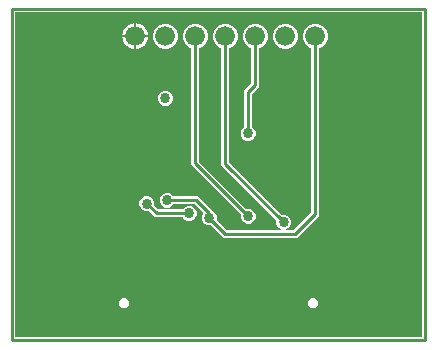
<source format=gtl>
G04 EAGLE Gerber RS-274X export*
G75*
%MOMM*%
%FSLAX34Y34*%
%LPD*%
%INTop Copper*%
%IPPOS*%
%AMOC8*
5,1,8,0,0,1.08239X$1,22.5*%
G01*
%ADD10C,1.676400*%
%ADD11C,0.855600*%
%ADD12C,0.254000*%
%ADD13C,4.016000*%
%ADD14C,0.254000*%

G36*
X347256Y2425D02*
X347256Y2425D01*
X347307Y2427D01*
X347339Y2445D01*
X347375Y2453D01*
X347414Y2486D01*
X347459Y2510D01*
X347480Y2540D01*
X347508Y2563D01*
X347529Y2610D01*
X347559Y2652D01*
X347567Y2694D01*
X347579Y2722D01*
X347578Y2752D01*
X347586Y2794D01*
X347586Y277206D01*
X347575Y277256D01*
X347573Y277307D01*
X347555Y277339D01*
X347547Y277375D01*
X347514Y277414D01*
X347490Y277459D01*
X347460Y277480D01*
X347437Y277508D01*
X347390Y277529D01*
X347348Y277559D01*
X347306Y277567D01*
X347278Y277579D01*
X347248Y277578D01*
X347206Y277586D01*
X2794Y277586D01*
X2744Y277575D01*
X2693Y277573D01*
X2661Y277555D01*
X2625Y277547D01*
X2586Y277514D01*
X2541Y277490D01*
X2520Y277460D01*
X2492Y277437D01*
X2471Y277390D01*
X2441Y277348D01*
X2433Y277306D01*
X2421Y277278D01*
X2422Y277248D01*
X2414Y277206D01*
X2414Y2794D01*
X2425Y2744D01*
X2427Y2693D01*
X2445Y2661D01*
X2453Y2625D01*
X2486Y2586D01*
X2510Y2541D01*
X2540Y2520D01*
X2563Y2492D01*
X2610Y2471D01*
X2652Y2441D01*
X2694Y2433D01*
X2722Y2421D01*
X2752Y2422D01*
X2794Y2414D01*
X347206Y2414D01*
X347256Y2425D01*
G37*
%LPC*%
G36*
X179132Y86697D02*
X179132Y86697D01*
X177086Y88743D01*
X168725Y97104D01*
X168671Y97138D01*
X168621Y97178D01*
X168598Y97183D01*
X168577Y97196D01*
X168514Y97202D01*
X168452Y97216D01*
X168426Y97210D01*
X168405Y97212D01*
X168370Y97199D01*
X168310Y97187D01*
X168273Y97171D01*
X165762Y97171D01*
X163443Y98132D01*
X161668Y99907D01*
X160707Y102227D01*
X160707Y104737D01*
X161668Y107057D01*
X161925Y107314D01*
X161952Y107358D01*
X161987Y107395D01*
X161997Y107430D01*
X162016Y107461D01*
X162021Y107512D01*
X162036Y107561D01*
X162030Y107597D01*
X162033Y107634D01*
X162015Y107682D01*
X162006Y107732D01*
X161982Y107767D01*
X161971Y107796D01*
X161949Y107817D01*
X161925Y107852D01*
X154736Y115041D01*
X154671Y115081D01*
X154609Y115125D01*
X154597Y115127D01*
X154589Y115133D01*
X154552Y115136D01*
X154467Y115153D01*
X137133Y115153D01*
X137071Y115138D01*
X137008Y115131D01*
X136988Y115119D01*
X136965Y115113D01*
X136915Y115073D01*
X136862Y115039D01*
X136847Y115016D01*
X136831Y115003D01*
X136816Y114968D01*
X136782Y114918D01*
X136767Y114881D01*
X134991Y113105D01*
X132672Y112145D01*
X130161Y112145D01*
X127842Y113105D01*
X126067Y114881D01*
X125106Y117200D01*
X125106Y119711D01*
X126067Y122030D01*
X127842Y123805D01*
X130161Y124766D01*
X132672Y124766D01*
X134991Y123805D01*
X136767Y122030D01*
X136782Y121993D01*
X136819Y121941D01*
X136849Y121885D01*
X136869Y121872D01*
X136883Y121852D01*
X136939Y121822D01*
X136991Y121786D01*
X137018Y121781D01*
X137036Y121771D01*
X137074Y121770D01*
X137133Y121758D01*
X157361Y121758D01*
X170016Y109102D01*
X170018Y109101D01*
X170019Y109100D01*
X170140Y109020D01*
X170592Y108832D01*
X172368Y107057D01*
X173328Y104737D01*
X173328Y102227D01*
X173313Y102190D01*
X173303Y102127D01*
X173296Y102112D01*
X173296Y102105D01*
X173285Y102066D01*
X173289Y102042D01*
X173285Y102019D01*
X173301Y101964D01*
X173302Y101939D01*
X173309Y101927D01*
X173314Y101895D01*
X173329Y101873D01*
X173336Y101853D01*
X173361Y101825D01*
X173374Y101807D01*
X173385Y101786D01*
X173390Y101783D01*
X173395Y101775D01*
X181757Y93414D01*
X181821Y93374D01*
X181883Y93330D01*
X181895Y93328D01*
X181904Y93323D01*
X181941Y93319D01*
X182025Y93303D01*
X227766Y93303D01*
X227779Y93306D01*
X227792Y93304D01*
X227863Y93325D01*
X227935Y93342D01*
X227945Y93350D01*
X227957Y93354D01*
X228011Y93405D01*
X228069Y93452D01*
X228074Y93464D01*
X228083Y93473D01*
X228109Y93543D01*
X228140Y93611D01*
X228139Y93624D01*
X228144Y93636D01*
X228136Y93709D01*
X228133Y93784D01*
X228127Y93795D01*
X228125Y93808D01*
X228086Y93871D01*
X228050Y93936D01*
X228040Y93943D01*
X228033Y93954D01*
X227912Y94034D01*
X226425Y94650D01*
X224650Y96425D01*
X223689Y98745D01*
X223689Y101255D01*
X223705Y101293D01*
X223715Y101355D01*
X223733Y101416D01*
X223729Y101440D01*
X223733Y101463D01*
X223714Y101524D01*
X223703Y101587D01*
X223688Y101609D01*
X223682Y101629D01*
X223656Y101657D01*
X223622Y101707D01*
X179394Y145935D01*
X177348Y147981D01*
X177348Y247178D01*
X177333Y247240D01*
X177327Y247303D01*
X177314Y247323D01*
X177308Y247346D01*
X177268Y247396D01*
X177234Y247449D01*
X177211Y247464D01*
X177198Y247480D01*
X177164Y247496D01*
X177113Y247529D01*
X174751Y248507D01*
X171821Y251437D01*
X170236Y255265D01*
X170236Y259408D01*
X171821Y263236D01*
X174751Y266166D01*
X178579Y267751D01*
X182722Y267751D01*
X186550Y266166D01*
X189480Y263236D01*
X191065Y259408D01*
X191065Y255265D01*
X189480Y251437D01*
X186550Y248507D01*
X184188Y247529D01*
X184136Y247492D01*
X184081Y247462D01*
X184067Y247442D01*
X184047Y247428D01*
X184017Y247372D01*
X183981Y247320D01*
X183976Y247294D01*
X183966Y247275D01*
X183965Y247237D01*
X183953Y247178D01*
X183953Y150875D01*
X183971Y150801D01*
X183984Y150726D01*
X183990Y150716D01*
X183993Y150706D01*
X184016Y150678D01*
X184065Y150606D01*
X228293Y106378D01*
X228347Y106344D01*
X228396Y106304D01*
X228420Y106299D01*
X228440Y106286D01*
X228504Y106280D01*
X228566Y106266D01*
X228592Y106272D01*
X228613Y106270D01*
X228648Y106283D01*
X228707Y106295D01*
X228745Y106311D01*
X231255Y106311D01*
X233575Y105350D01*
X235350Y103575D01*
X236311Y101255D01*
X236311Y98745D01*
X235350Y96425D01*
X233575Y94650D01*
X232088Y94034D01*
X232078Y94027D01*
X232065Y94024D01*
X232008Y93977D01*
X231947Y93933D01*
X231941Y93922D01*
X231931Y93914D01*
X231901Y93846D01*
X231866Y93780D01*
X231866Y93767D01*
X231860Y93755D01*
X231863Y93681D01*
X231861Y93607D01*
X231867Y93595D01*
X231867Y93582D01*
X231902Y93517D01*
X231933Y93450D01*
X231944Y93441D01*
X231950Y93430D01*
X232010Y93388D01*
X232068Y93341D01*
X232081Y93338D01*
X232091Y93330D01*
X232234Y93303D01*
X238474Y93303D01*
X238548Y93320D01*
X238623Y93333D01*
X238633Y93340D01*
X238643Y93342D01*
X238672Y93366D01*
X238743Y93414D01*
X253436Y108107D01*
X253476Y108172D01*
X253520Y108234D01*
X253522Y108246D01*
X253528Y108254D01*
X253531Y108291D01*
X253548Y108376D01*
X253548Y247178D01*
X253533Y247240D01*
X253527Y247303D01*
X253514Y247323D01*
X253508Y247346D01*
X253468Y247396D01*
X253434Y247449D01*
X253411Y247464D01*
X253398Y247480D01*
X253364Y247496D01*
X253313Y247529D01*
X250951Y248507D01*
X248021Y251437D01*
X246436Y255265D01*
X246436Y259408D01*
X248021Y263236D01*
X250951Y266166D01*
X254779Y267751D01*
X258922Y267751D01*
X262750Y266166D01*
X265680Y263236D01*
X267265Y259408D01*
X267265Y255265D01*
X265680Y251437D01*
X262750Y248507D01*
X260388Y247529D01*
X260336Y247492D01*
X260281Y247462D01*
X260267Y247442D01*
X260247Y247428D01*
X260217Y247372D01*
X260181Y247320D01*
X260176Y247294D01*
X260166Y247275D01*
X260165Y247237D01*
X260153Y247178D01*
X260153Y105482D01*
X241368Y86697D01*
X179132Y86697D01*
G37*
%LPD*%
%LPC*%
G36*
X198745Y98689D02*
X198745Y98689D01*
X196425Y99650D01*
X194650Y101425D01*
X193689Y103745D01*
X193689Y106255D01*
X193705Y106293D01*
X193715Y106355D01*
X193733Y106416D01*
X193729Y106440D01*
X193733Y106463D01*
X193714Y106524D01*
X193703Y106587D01*
X193688Y106609D01*
X193682Y106629D01*
X193656Y106657D01*
X193622Y106707D01*
X153994Y146335D01*
X151948Y148381D01*
X151948Y247178D01*
X151933Y247240D01*
X151927Y247303D01*
X151914Y247323D01*
X151908Y247346D01*
X151868Y247396D01*
X151834Y247449D01*
X151811Y247464D01*
X151798Y247480D01*
X151764Y247496D01*
X151713Y247529D01*
X149351Y248507D01*
X146421Y251437D01*
X144836Y255265D01*
X144836Y259408D01*
X146421Y263236D01*
X149351Y266166D01*
X153179Y267751D01*
X157322Y267751D01*
X161150Y266166D01*
X164080Y263236D01*
X165665Y259408D01*
X165665Y255265D01*
X164080Y251437D01*
X161150Y248507D01*
X158788Y247529D01*
X158736Y247492D01*
X158681Y247462D01*
X158667Y247442D01*
X158647Y247428D01*
X158617Y247372D01*
X158581Y247320D01*
X158576Y247294D01*
X158566Y247275D01*
X158565Y247237D01*
X158553Y247178D01*
X158553Y151275D01*
X158571Y151201D01*
X158584Y151126D01*
X158590Y151116D01*
X158593Y151106D01*
X158616Y151078D01*
X158665Y151006D01*
X198293Y111378D01*
X198347Y111344D01*
X198396Y111304D01*
X198420Y111299D01*
X198440Y111286D01*
X198504Y111280D01*
X198566Y111266D01*
X198592Y111272D01*
X198613Y111270D01*
X198648Y111283D01*
X198707Y111295D01*
X198745Y111311D01*
X201255Y111311D01*
X203575Y110350D01*
X205350Y108575D01*
X206311Y106255D01*
X206311Y103745D01*
X205350Y101425D01*
X203575Y99650D01*
X201255Y98689D01*
X198745Y98689D01*
G37*
%LPD*%
%LPC*%
G36*
X198745Y168689D02*
X198745Y168689D01*
X196425Y169650D01*
X194650Y171425D01*
X193689Y173745D01*
X193689Y176255D01*
X194650Y178575D01*
X196425Y180350D01*
X196463Y180365D01*
X196514Y180402D01*
X196570Y180433D01*
X196584Y180452D01*
X196603Y180466D01*
X196633Y180523D01*
X196670Y180574D01*
X196675Y180601D01*
X196685Y180619D01*
X196686Y180657D01*
X196689Y180677D01*
X196690Y180679D01*
X196690Y180680D01*
X196697Y180717D01*
X196697Y211368D01*
X202636Y217307D01*
X202676Y217372D01*
X202720Y217434D01*
X202722Y217446D01*
X202728Y217454D01*
X202731Y217491D01*
X202748Y217576D01*
X202748Y247178D01*
X202733Y247240D01*
X202727Y247303D01*
X202714Y247323D01*
X202708Y247346D01*
X202668Y247396D01*
X202634Y247449D01*
X202611Y247464D01*
X202598Y247480D01*
X202564Y247496D01*
X202513Y247529D01*
X200151Y248507D01*
X197221Y251437D01*
X195636Y255265D01*
X195636Y259408D01*
X197221Y263236D01*
X200151Y266166D01*
X203979Y267751D01*
X208122Y267751D01*
X211950Y266166D01*
X214880Y263236D01*
X216465Y259408D01*
X216465Y255265D01*
X214880Y251437D01*
X211950Y248507D01*
X209588Y247529D01*
X209536Y247492D01*
X209481Y247462D01*
X209467Y247442D01*
X209447Y247428D01*
X209417Y247372D01*
X209381Y247320D01*
X209376Y247294D01*
X209366Y247275D01*
X209365Y247237D01*
X209353Y247178D01*
X209353Y214682D01*
X203414Y208743D01*
X203374Y208679D01*
X203330Y208617D01*
X203328Y208605D01*
X203323Y208596D01*
X203319Y208559D01*
X203303Y208474D01*
X203303Y180717D01*
X203316Y180660D01*
X203316Y180650D01*
X203318Y180647D01*
X203324Y180592D01*
X203337Y180571D01*
X203342Y180548D01*
X203383Y180499D01*
X203417Y180445D01*
X203439Y180430D01*
X203452Y180414D01*
X203487Y180399D01*
X203537Y180365D01*
X203575Y180350D01*
X205350Y178575D01*
X206311Y176255D01*
X206311Y173745D01*
X205350Y171425D01*
X203575Y169650D01*
X201255Y168689D01*
X198745Y168689D01*
G37*
%LPD*%
%LPC*%
G36*
X148797Y101054D02*
X148797Y101054D01*
X146478Y102015D01*
X144703Y103790D01*
X144687Y103828D01*
X144650Y103879D01*
X144620Y103935D01*
X144600Y103949D01*
X144586Y103968D01*
X144530Y103998D01*
X144478Y104035D01*
X144452Y104040D01*
X144433Y104050D01*
X144396Y104051D01*
X144336Y104062D01*
X121055Y104062D01*
X119009Y106108D01*
X115933Y109185D01*
X115879Y109218D01*
X115830Y109258D01*
X115807Y109263D01*
X115786Y109276D01*
X115723Y109282D01*
X115661Y109296D01*
X115635Y109290D01*
X115614Y109292D01*
X115578Y109279D01*
X115519Y109267D01*
X115482Y109251D01*
X112971Y109251D01*
X110652Y110212D01*
X108876Y111987D01*
X107916Y114307D01*
X107916Y116818D01*
X108876Y119137D01*
X110652Y120912D01*
X112971Y121873D01*
X115482Y121873D01*
X117801Y120912D01*
X119576Y119137D01*
X120537Y116818D01*
X120537Y114307D01*
X120522Y114270D01*
X120511Y114207D01*
X120493Y114146D01*
X120497Y114122D01*
X120494Y114099D01*
X120512Y114038D01*
X120523Y113975D01*
X120538Y113953D01*
X120544Y113933D01*
X120570Y113906D01*
X120604Y113855D01*
X123680Y110779D01*
X123745Y110739D01*
X123807Y110696D01*
X123819Y110693D01*
X123827Y110688D01*
X123864Y110684D01*
X123949Y110668D01*
X144336Y110668D01*
X144398Y110682D01*
X144461Y110689D01*
X144481Y110702D01*
X144505Y110707D01*
X144554Y110748D01*
X144607Y110782D01*
X144622Y110804D01*
X144638Y110818D01*
X144654Y110852D01*
X144687Y110903D01*
X144703Y110940D01*
X146478Y112715D01*
X148797Y113676D01*
X151308Y113676D01*
X153627Y112715D01*
X155403Y110940D01*
X156363Y108620D01*
X156363Y106110D01*
X155403Y103790D01*
X153627Y102015D01*
X151308Y101054D01*
X148797Y101054D01*
G37*
%LPD*%
%LPC*%
G36*
X229379Y246922D02*
X229379Y246922D01*
X225551Y248507D01*
X222621Y251437D01*
X221036Y255265D01*
X221036Y259408D01*
X222621Y263236D01*
X225551Y266166D01*
X229379Y267751D01*
X233522Y267751D01*
X237350Y266166D01*
X240280Y263236D01*
X241865Y259408D01*
X241865Y255265D01*
X240280Y251437D01*
X237350Y248507D01*
X233522Y246922D01*
X229379Y246922D01*
G37*
%LPD*%
%LPC*%
G36*
X127779Y246922D02*
X127779Y246922D01*
X123951Y248507D01*
X121021Y251437D01*
X119436Y255265D01*
X119436Y259408D01*
X121021Y263236D01*
X123951Y266166D01*
X127779Y267751D01*
X131922Y267751D01*
X135750Y266166D01*
X138680Y263236D01*
X140265Y259408D01*
X140265Y255265D01*
X138680Y251437D01*
X135750Y248507D01*
X131922Y246922D01*
X127779Y246922D01*
G37*
%LPD*%
%LPC*%
G36*
X128595Y198540D02*
X128595Y198540D01*
X126276Y199500D01*
X124500Y201276D01*
X123540Y203595D01*
X123540Y206106D01*
X124500Y208425D01*
X126276Y210200D01*
X128595Y211161D01*
X131106Y211161D01*
X133425Y210200D01*
X135200Y208425D01*
X136161Y206106D01*
X136161Y203595D01*
X135200Y201276D01*
X133425Y199500D01*
X131106Y198540D01*
X128595Y198540D01*
G37*
%LPD*%
%LPC*%
G36*
X105212Y258098D02*
X105212Y258098D01*
X105212Y268259D01*
X105310Y268259D01*
X107008Y267990D01*
X108643Y267459D01*
X110175Y266679D01*
X111566Y265668D01*
X112782Y264452D01*
X113792Y263061D01*
X114573Y261529D01*
X115104Y259894D01*
X115373Y258196D01*
X115373Y258098D01*
X105212Y258098D01*
G37*
%LPD*%
%LPC*%
G36*
X93528Y258098D02*
X93528Y258098D01*
X93528Y258196D01*
X93797Y259894D01*
X94328Y261529D01*
X95109Y263061D01*
X96119Y264452D01*
X97335Y265668D01*
X98726Y266679D01*
X100258Y267459D01*
X101893Y267990D01*
X103591Y268259D01*
X103689Y268259D01*
X103689Y258098D01*
X93528Y258098D01*
G37*
%LPD*%
%LPC*%
G36*
X105212Y246414D02*
X105212Y246414D01*
X105212Y256575D01*
X115373Y256575D01*
X115373Y256477D01*
X115104Y254779D01*
X114573Y253144D01*
X113792Y251612D01*
X112782Y250221D01*
X111566Y249005D01*
X110175Y247995D01*
X108643Y247214D01*
X107008Y246683D01*
X105310Y246414D01*
X105212Y246414D01*
G37*
%LPD*%
%LPC*%
G36*
X103591Y246414D02*
X103591Y246414D01*
X101893Y246683D01*
X100258Y247214D01*
X98726Y247995D01*
X97335Y249005D01*
X96119Y250221D01*
X95109Y251612D01*
X94328Y253144D01*
X93797Y254779D01*
X93528Y256477D01*
X93528Y256575D01*
X103689Y256575D01*
X103689Y246414D01*
X103591Y246414D01*
G37*
%LPD*%
%LPC*%
G36*
X253339Y27395D02*
X253339Y27395D01*
X250976Y29757D01*
X250976Y33098D01*
X253339Y35460D01*
X256679Y35460D01*
X259042Y33098D01*
X259042Y29757D01*
X256679Y27395D01*
X253339Y27395D01*
G37*
%LPD*%
%LPC*%
G36*
X93339Y27395D02*
X93339Y27395D01*
X90976Y29757D01*
X90976Y33098D01*
X93339Y35460D01*
X96679Y35460D01*
X99042Y33098D01*
X99042Y29757D01*
X96679Y27395D01*
X93339Y27395D01*
G37*
%LPD*%
%LPC*%
G36*
X104450Y257336D02*
X104450Y257336D01*
X104450Y257338D01*
X104451Y257338D01*
X104451Y257336D01*
X104450Y257336D01*
G37*
%LPD*%
D10*
X104450Y257337D03*
X129850Y257337D03*
X155250Y257337D03*
X180650Y257337D03*
X206050Y257337D03*
X231450Y257337D03*
X256850Y257337D03*
D11*
X200000Y105000D03*
D12*
X155250Y149750D01*
X155250Y257337D01*
D11*
X230000Y100000D03*
D12*
X180650Y149350D01*
X180650Y257337D01*
D11*
X98133Y105807D03*
D13*
X25904Y257164D03*
X324982Y257164D03*
D11*
X114226Y115562D03*
D12*
X122423Y107365D01*
X150053Y107365D01*
D11*
X150053Y107365D03*
X131417Y118455D03*
D12*
X155992Y118455D01*
X167018Y107430D02*
X167018Y103482D01*
D11*
X167018Y103482D03*
D12*
X167018Y107430D02*
X155992Y118455D01*
X167018Y103482D02*
X180500Y90000D01*
X240000Y90000D01*
X256850Y106850D01*
X256850Y257337D01*
D11*
X200000Y175000D03*
D12*
X200000Y210000D01*
X206050Y216050D02*
X206050Y257337D01*
X206050Y216050D02*
X200000Y210000D01*
D11*
X129850Y204850D03*
D14*
X0Y0D02*
X350000Y0D01*
X350000Y280000D01*
X0Y280000D01*
X0Y0D01*
M02*

</source>
